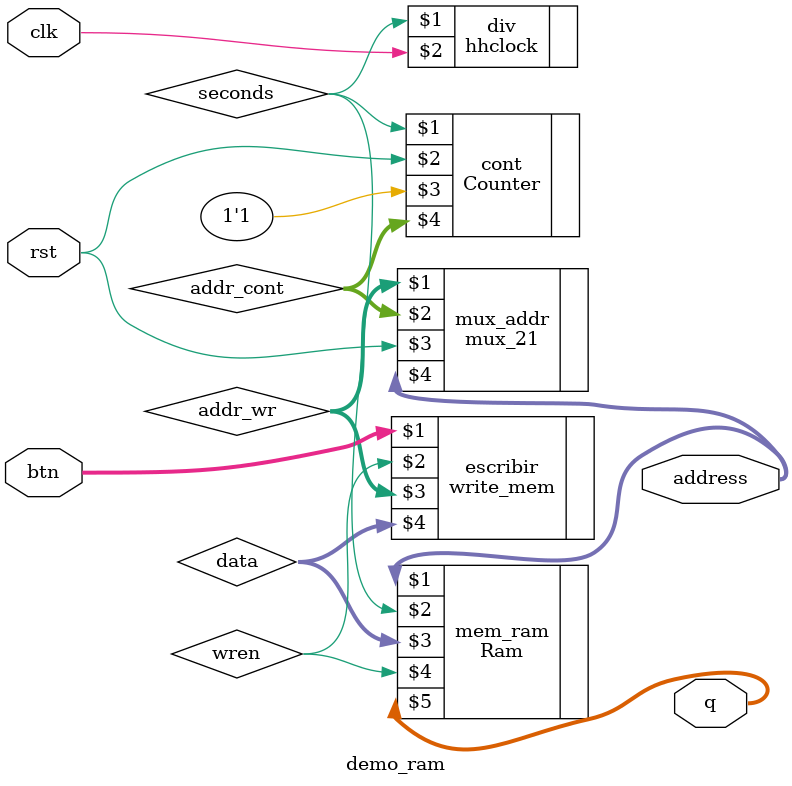
<source format=sv>
module demo_ram(
					 input logic clk, rst,
					 input logic [2:0] btn,
					 output [7:0] q,
					 output [7:0] address
);

logic wren, seconds;

logic [7:0] data, addr_wr, addr_cont;

Ram mem_ram(address, seconds, data, wren, q);
Counter cont(seconds, rst, 1'b1, addr_cont);
hhclock div(seconds, clk);
write_mem escribir(btn, wren, addr_wr, data);
mux_21 mux_addr(addr_wr, addr_cont, rst, address);

endmodule








</source>
